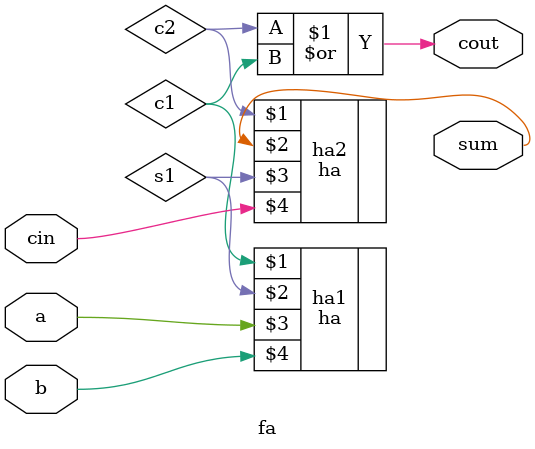
<source format=v>
`timescale 1ns / 1ps


module fa(output cout,sum,
        input a,b,cin);
        
wire s1,c1,c2;

ha ha1(c1,s1,a,b);
ha ha2(c2,sum,s1,cin);
or or1(cout,c2,c1);
endmodule

</source>
